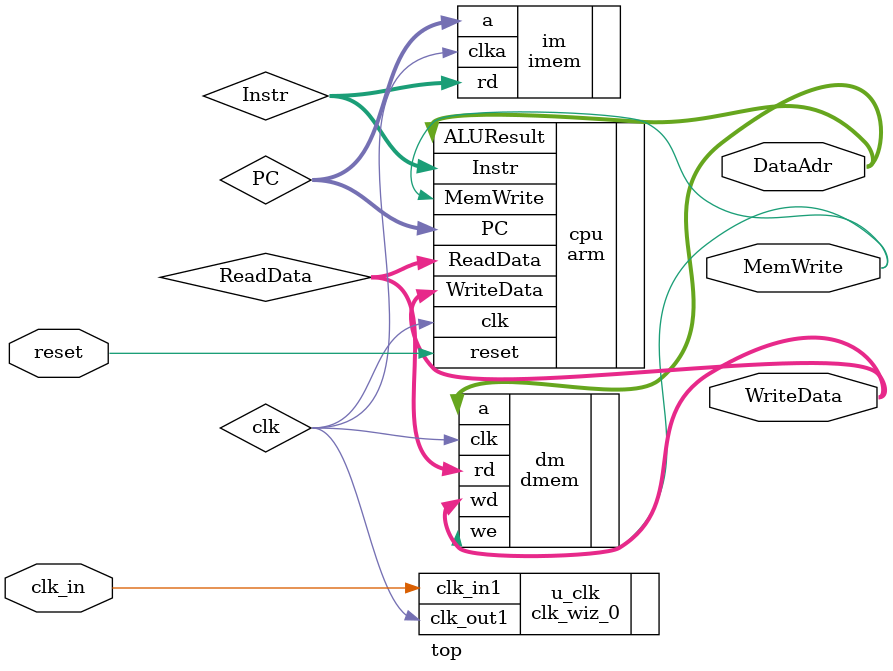
<source format=v>
module top (
  input clk_in,   // 时钟
  input reset, // 同步复位（进入 testbench 时由 stimuli 产生）

  // ========= 便于 testbench 观察的 CPU <-> dmem 接口 ====================
  output [31:0] WriteData,  // 写入数据存储器的数据
  output [31:0] DataAdr,    // 数据存储器地址（= ALUResult）
  output        MemWrite    // 数据存储器写使能
);

  clk_wiz_0 u_clk (
    // Clock out ports
    .clk_out1(clk),  // output clk_out1
    // Clock in ports
    .clk_in1 (clk_in)
  );  // input clk_in1

  // --------------------------------------------------------------------
  // 内部连线：CPU <-> 存储器
  // --------------------------------------------------------------------
  wire [31:0] PC;  // 程序计数器——连接到指令存储器地址
  wire [31:0] Instr;  // 从指令存储器读出的 32-bit 指令
  wire [31:0] ReadData;  // 从数据存储器返回的数据

  // =========================================================================
  // ① CPU 核心实例化
  //    端口定义见 arm.v，ALUResult 即写地址 DataAdr
  // =========================================================================
  arm cpu (
    .clk      (clk),
    .reset    (reset),
    .PC       (PC),
    .Instr    (Instr),
    .MemWrite (MemWrite),
    .ALUResult(DataAdr),    // 对 STR/LDR 为地址
    .WriteData(WriteData),  // 待写入 dmem 的数据
    .ReadData (ReadData)    // 来自 dmem 的读数据
  );

  // =========================================================================
  // ② 指令存储器（仿真只读 ROM）
  //    • 读延迟 0，地址直接为 PC（字地址对齐）  
  //    • 端口惯例：.a → address, .rd → read-data
  // =========================================================================
  imem im (
    .clka(clk),   // 时钟
    .a   (PC),
    .rd  (Instr)
  );

  // =========================================================================
  // ③ 数据存储器
  //    • 写使能 MemWrite，高电平写入  
  //    • 时钟同步：posedge clk  
  //    • 端口：.a(address) .wd(write-data) .rd(read-data) .we(write-enable)
  // =========================================================================
  dmem dm (
    .clk(clk),
    .we (MemWrite),
    .a  (DataAdr),
    .wd (WriteData),
    .rd (ReadData)
  );

endmodule

</source>
